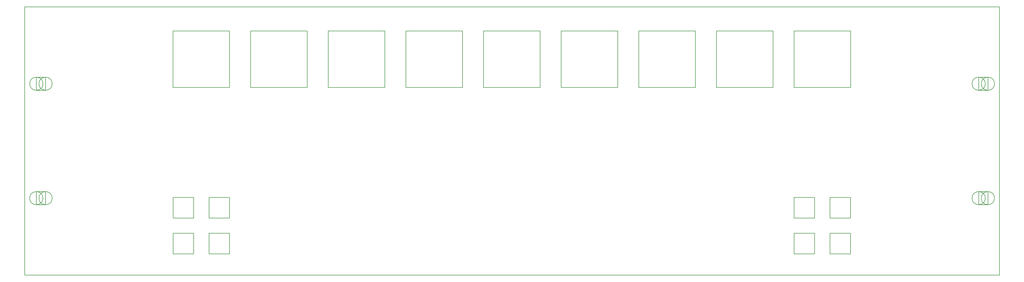
<source format=gko>
G04 Layer: BoardOutlineLayer*
G04 EasyEDA v6.5.34, 2023-08-21 18:11:39*
G04 805bfda9492c465482fdd8471da23256,5a6b42c53f6a479593ecc07194224c93,10*
G04 Gerber Generator version 0.2*
G04 Scale: 100 percent, Rotated: No, Reflected: No *
G04 Dimensions in millimeters *
G04 leading zeros omitted , absolute positions ,4 integer and 5 decimal *
%FSLAX45Y45*%
%MOMM*%

%ADD10C,0.2540*%
D10*
X0Y13296900D02*
G01*
X48260000Y13296900D01*
X48260000Y0D01*
X0Y-3070D01*
X0Y13296900D01*
X7343614Y12104298D02*
G01*
X7343614Y9304304D01*
X7343614Y9304304D02*
G01*
X10143609Y9304304D01*
X10143609Y9304304D02*
G01*
X10143609Y12104298D01*
X10143609Y12104298D02*
G01*
X7343614Y12104298D01*
X11186815Y12104298D02*
G01*
X11186815Y9304304D01*
X11186815Y9304304D02*
G01*
X13986809Y9304304D01*
X13986809Y9304304D02*
G01*
X13986809Y12104298D01*
X13986809Y12104298D02*
G01*
X11186815Y12104298D01*
X22716416Y12104298D02*
G01*
X22716416Y9304304D01*
X22716416Y9304304D02*
G01*
X25516410Y9304304D01*
X25516410Y9304304D02*
G01*
X25516410Y12104298D01*
X25516410Y12104298D02*
G01*
X22716416Y12104298D01*
X34246017Y12104298D02*
G01*
X34246017Y9304304D01*
X34246017Y9304304D02*
G01*
X37046011Y9304304D01*
X37046011Y9304304D02*
G01*
X37046011Y12104298D01*
X37046011Y12104298D02*
G01*
X34246017Y12104298D01*
X38089217Y12104298D02*
G01*
X38089217Y9304304D01*
X38089217Y9304304D02*
G01*
X40889212Y9304304D01*
X40889212Y9304304D02*
G01*
X40889212Y12104298D01*
X40889212Y12104298D02*
G01*
X38089217Y12104298D01*
G75*
G01*
X711200Y9486900D02*
G02*
X1361597Y9486900I325199J0D01*
G75*
G01*
X1361597Y9486900D02*
G02*
X711200Y9486900I-325198J0D01*
X711200Y9486900D02*
G01*
X711200Y9486900D01*
X579198Y9811893D02*
G01*
X579198Y9161881D01*
X579198Y9161881D02*
G01*
X1036398Y9161881D01*
X1036398Y9161881D02*
G01*
X1036398Y9811893D01*
X1036398Y9811893D02*
G01*
X579198Y9811893D01*
G75*
G01*
X254000Y9486900D02*
G02*
X904397Y9486900I325199J0D01*
G75*
G01*
X904397Y9486900D02*
G02*
X254000Y9486900I-325198J0D01*
X254000Y9486900D02*
G01*
X254000Y9486900D01*
G75*
G01*
X254000Y3810000D02*
G02*
X904397Y3810000I325199J0D01*
G75*
G01*
X904397Y3810000D02*
G02*
X254000Y3810000I-325198J0D01*
X254000Y3810000D02*
G01*
X254000Y3810000D01*
X579198Y4134993D02*
G01*
X579198Y3484981D01*
X579198Y3484981D02*
G01*
X1036398Y3484981D01*
X1036398Y3484981D02*
G01*
X1036398Y4134993D01*
X1036398Y4134993D02*
G01*
X579198Y4134993D01*
G75*
G01*
X711200Y3810000D02*
G02*
X1361597Y3810000I325199J0D01*
G75*
G01*
X1361597Y3810000D02*
G02*
X711200Y3810000I-325198J0D01*
X711200Y3810000D02*
G01*
X711200Y3810000D01*
G75*
G01*
X47365696Y3810000D02*
G02*
X48016094Y3810000I325199J0D01*
G75*
G01*
X48016094Y3810000D02*
G02*
X47365696Y3810000I-325199J0D01*
X47365696Y3810000D02*
G01*
X47365696Y3810000D01*
X47233695Y4134993D02*
G01*
X47233695Y3484981D01*
X47233695Y3484981D02*
G01*
X47690895Y3484981D01*
X47690895Y3484981D02*
G01*
X47690895Y4134993D01*
X47690895Y4134993D02*
G01*
X47233695Y4134993D01*
G75*
G01*
X46908496Y3810000D02*
G02*
X47558894Y3810000I325199J0D01*
G75*
G01*
X47558894Y3810000D02*
G02*
X46908496Y3810000I-325199J0D01*
X46908496Y3810000D02*
G01*
X46908496Y3810000D01*
G75*
G01*
X46908496Y9486900D02*
G02*
X47558894Y9486900I325199J0D01*
G75*
G01*
X47558894Y9486900D02*
G02*
X46908496Y9486900I-325199J0D01*
X46908496Y9486900D02*
G01*
X46908496Y9486900D01*
X47233695Y9811893D02*
G01*
X47233695Y9161881D01*
X47233695Y9161881D02*
G01*
X47690895Y9161881D01*
X47690895Y9161881D02*
G01*
X47690895Y9811893D01*
X47690895Y9811893D02*
G01*
X47233695Y9811893D01*
G75*
G01*
X47365696Y9486900D02*
G02*
X48016094Y9486900I325199J0D01*
G75*
G01*
X48016094Y9486900D02*
G02*
X47365696Y9486900I-325199J0D01*
X47365696Y9486900D02*
G01*
X47365696Y9486900D01*
X9122295Y3848100D02*
G01*
X9122295Y2828099D01*
X9122295Y2828099D02*
G01*
X10142296Y2828099D01*
X10142296Y2828099D02*
G01*
X10142296Y3848100D01*
X10142296Y3848100D02*
G01*
X9122295Y3848100D01*
X7344295Y3848100D02*
G01*
X7344295Y2828099D01*
X7344295Y2828099D02*
G01*
X8364296Y2828099D01*
X8364296Y2828099D02*
G01*
X8364296Y3848100D01*
X8364296Y3848100D02*
G01*
X7344295Y3848100D01*
X7344295Y2070100D02*
G01*
X7344295Y1050099D01*
X7344295Y1050099D02*
G01*
X8364296Y1050099D01*
X8364296Y1050099D02*
G01*
X8364296Y2070100D01*
X8364296Y2070100D02*
G01*
X7344295Y2070100D01*
X9122295Y2070100D02*
G01*
X9122295Y1050099D01*
X9122295Y1050099D02*
G01*
X10142296Y1050099D01*
X10142296Y1050099D02*
G01*
X10142296Y2070100D01*
X10142296Y2070100D02*
G01*
X9122295Y2070100D01*
X39867903Y3848100D02*
G01*
X39867903Y2828099D01*
X39867903Y2828099D02*
G01*
X40887904Y2828099D01*
X40887904Y2828099D02*
G01*
X40887904Y3848100D01*
X40887904Y3848100D02*
G01*
X39867903Y3848100D01*
X38089903Y3848100D02*
G01*
X38089903Y2828099D01*
X38089903Y2828099D02*
G01*
X39109904Y2828099D01*
X39109904Y2828099D02*
G01*
X39109904Y3848100D01*
X39109904Y3848100D02*
G01*
X38089903Y3848100D01*
X38089903Y2070100D02*
G01*
X38089903Y1050099D01*
X38089903Y1050099D02*
G01*
X39109904Y1050099D01*
X39109904Y1050099D02*
G01*
X39109904Y2070100D01*
X39109904Y2070100D02*
G01*
X38089903Y2070100D01*
X39867903Y2070100D02*
G01*
X39867903Y1050099D01*
X39867903Y1050099D02*
G01*
X40887904Y1050099D01*
X40887904Y1050099D02*
G01*
X40887904Y2070100D01*
X40887904Y2070100D02*
G01*
X39867903Y2070100D01*
X15030013Y12104298D02*
G01*
X15030013Y9304304D01*
X15030013Y9304304D02*
G01*
X17830007Y9304304D01*
X17830007Y9304304D02*
G01*
X17830007Y12104298D01*
X17830007Y12104298D02*
G01*
X15030013Y12104298D01*
X18873210Y12104298D02*
G01*
X18873210Y9304304D01*
X18873210Y9304304D02*
G01*
X21673205Y9304304D01*
X21673205Y9304304D02*
G01*
X21673205Y12104298D01*
X21673205Y12104298D02*
G01*
X18873210Y12104298D01*
X26559631Y12104298D02*
G01*
X26559631Y9304304D01*
X26559631Y9304304D02*
G01*
X29359626Y9304304D01*
X29359626Y9304304D02*
G01*
X29359626Y12104298D01*
X29359626Y12104298D02*
G01*
X26559631Y12104298D01*
X30402829Y12104298D02*
G01*
X30402829Y9304304D01*
X30402829Y9304304D02*
G01*
X33202824Y9304304D01*
X33202824Y9304304D02*
G01*
X33202824Y12104298D01*
X33202824Y12104298D02*
G01*
X30402829Y12104298D01*

%LPD*%
M02*

</source>
